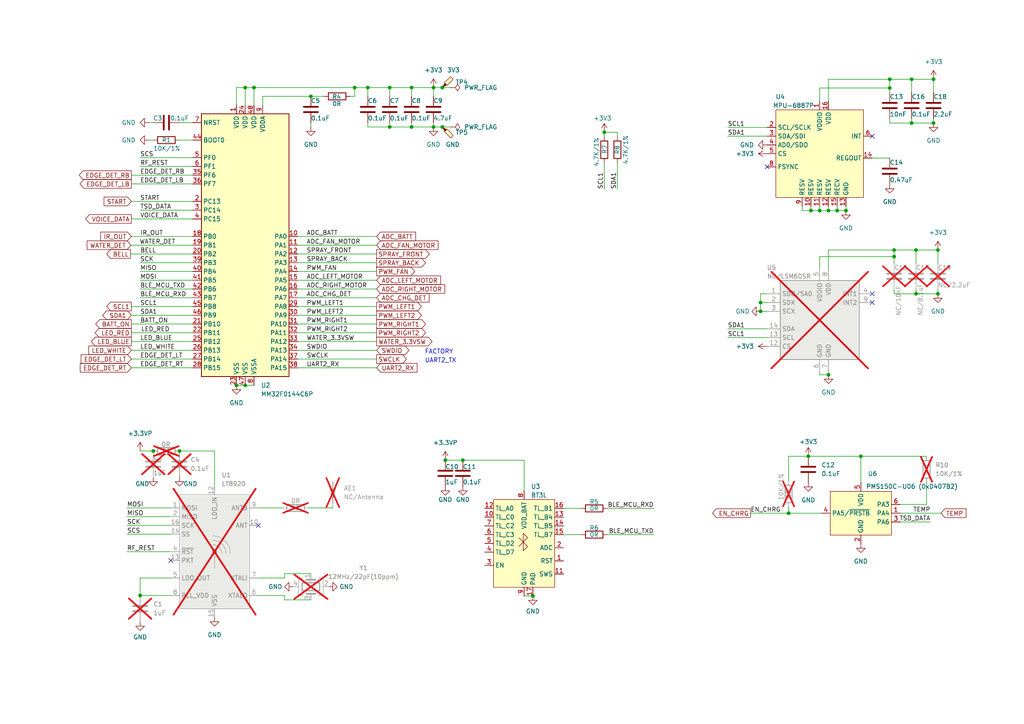
<source format=kicad_sch>
(kicad_sch (version 20231120) (generator "eeschema") (generator_version "8.0")
  (paper "A4")
  (title_block (company "Ovobot"))
  (lib_symbols
    (symbol "Connector:TestPoint_Probe" (pin_numbers hide) (pin_names (offset 0.762) hide)
      (property "Reference" "TP" (at 1.651 5.842 0))
      (property "Value" "TestPoint_Probe" (at 1.651 4.064 0))
      (symbol "TestPoint_Probe_0_1"
        (polyline (pts (xy 1.27 0.762) (xy 0 0) (xy 0.762 1.27) (xy 1.27 0.762)) (fill (type outline)))
        (polyline (pts (xy 1.397 0.635) (xy 0.635 1.397) (xy 2.413 3.175) (xy 3.175 2.413) (xy 1.397 0.635)) (fill (type background)))
      )
      (symbol "TestPoint_Probe_1_1"
        (pin passive line (at 0 0 90) (length 0) (name "1") (number "1"))
      )
    )
    (symbol "Device:Antenna" (pin_numbers hide) (pin_names (offset 1.016) hide)
      (property "Reference" "AE" (at -1.905 1.905 0))
      (property "Value" "Antenna" (at -1.905 0 0))
      (symbol "Antenna_0_1"
        (polyline (pts (xy 0 2.54) (xy 0 -3.81)) (stroke (width 0.254)))
        (polyline (pts (xy 1.27 2.54) (xy 0 -2.54) (xy -1.27 2.54)) (stroke (width 0.254)))
      )
      (symbol "Antenna_1_1"
        (pin input line (at 0 -5.08 90) (length 2.54) (name "A") (number "1"))
      )
    )
    (symbol "Device:C" (pin_numbers hide) (pin_names (offset 0.254))
      (property "Reference" "C" (at 0.635 2.54 0))
      (property "Value" "C" (at 0.635 -2.54 0))
      (symbol "C_0_1"
        (polyline (pts (xy -2.032 -0.762) (xy 2.032 -0.762)) (stroke (width 0.508)))
        (polyline (pts (xy -2.032 0.762) (xy 2.032 0.762)) (stroke (width 0.508)))
      )
      (symbol "C_1_1"
        (pin passive line (at 0 3.81 270) (length 2.794) (name "~") (number "1"))
        (pin passive line (at 0 -3.81 90) (length 2.794) (name "~") (number "2"))
      )
    )
    (symbol "Device:Crystal_GND24" (pin_names (offset 1.016) hide)
      (property "Reference" "Y" (at 3.175 5.08 0))
      (property "Value" "Crystal_GND24" (at 3.175 3.175 0))
      (symbol "Crystal_GND24_0_1"
        (rectangle (start -1.143 2.54) (end 1.143 -2.54) (stroke (width 0.3048)))
        (polyline (pts (xy -2.54 0) (xy -2.032 0)))
        (polyline (pts (xy -2.032 -1.27) (xy -2.032 1.27)) (stroke (width 0.508)))
        (polyline (pts (xy 0 -3.81) (xy 0 -3.556)))
        (polyline (pts (xy 0 3.556) (xy 0 3.81)))
        (polyline (pts (xy 2.032 -1.27) (xy 2.032 1.27)) (stroke (width 0.508)))
        (polyline (pts (xy 2.032 0) (xy 2.54 0)))
        (polyline (pts (xy -2.54 -2.286) (xy -2.54 -3.556) (xy 2.54 -3.556) (xy 2.54 -2.286)))
        (polyline (pts (xy -2.54 2.286) (xy -2.54 3.556) (xy 2.54 3.556) (xy 2.54 2.286)))
      )
      (symbol "Crystal_GND24_1_1"
        (pin passive line (at -3.81 0 0) (length 1.27) (name "1") (number "1"))
        (pin passive line (at 0 5.08 270) (length 1.27) (name "2") (number "2"))
        (pin passive line (at 3.81 0 180) (length 1.27) (name "3") (number "3"))
        (pin passive line (at 0 -5.08 90) (length 1.27) (name "4") (number "4"))
      )
    )
    (symbol "Device:R" (pin_numbers hide) (pin_names (offset 0))
      (property "Reference" "R" (at 2.032 0 90))
      (property "Value" "R" (at 0 0 90))
      (symbol "R_0_1"
        (rectangle (start -1.016 -2.54) (end 1.016 2.54) (stroke (width 0.254)))
      )
      (symbol "R_1_1"
        (pin passive line (at 0 3.81 270) (length 1.27) (name "~") (number "1"))
        (pin passive line (at 0 -3.81 90) (length 1.27) (name "~") (number "2"))
      )
    )
    (symbol "MCU_ST_STM32F0:STM32F030C8Tx"
      (property "Reference" "U" (at -12.7 39.37 0))
      (property "Value" "STM32F030C8Tx" (at 7.62 39.37 0))
      (symbol "STM32F030C8Tx_0_1"
        (rectangle (start -12.7 -38.1) (end 12.7 38.1) (stroke (width 0.254)) (fill (type background)))
      )
      (symbol "STM32F030C8Tx_1_1"
        (pin power_in line (at -2.54 40.64 270) (length 2.54) (name "VDD") (number "1"))
        (pin bidirectional line (at 15.24 2.54 180) (length 2.54) (name "PA0") (number "10"))
        (pin bidirectional line (at 15.24 0 180) (length 2.54) (name "PA1") (number "11"))
        (pin bidirectional line (at 15.24 -2.54 180) (length 2.54) (name "PA2") (number "12"))
        (pin bidirectional line (at 15.24 -5.08 180) (length 2.54) (name "PA3") (number "13"))
        (pin bidirectional line (at 15.24 -7.62 180) (length 2.54) (name "PA4") (number "14"))
        (pin bidirectional line (at 15.24 -10.16 180) (length 2.54) (name "PA5") (number "15"))
        (pin bidirectional line (at 15.24 -12.7 180) (length 2.54) (name "PA6") (number "16"))
        (pin bidirectional line (at 15.24 -15.24 180) (length 2.54) (name "PA7") (number "17"))
        (pin bidirectional line (at -15.24 2.54 0) (length 2.54) (name "PB0") (number "18"))
        (pin bidirectional line (at -15.24 0 0) (length 2.54) (name "PB1") (number "19"))
        (pin bidirectional line (at -15.24 12.7 0) (length 2.54) (name "PC13") (number "2"))
        (pin bidirectional line (at -15.24 -2.54 0) (length 2.54) (name "PB2") (number "20"))
        (pin bidirectional line (at -15.24 -22.86 0) (length 2.54) (name "PB10") (number "21"))
        (pin bidirectional line (at -15.24 -25.4 0) (length 2.54) (name "PB11") (number "22"))
        (pin power_in line (at -2.54 -40.64 90) (length 2.54) (name "VSS") (number "23"))
        (pin power_in line (at 0 40.64 270) (length 2.54) (name "VDD") (number "24"))
        (pin bidirectional line (at -15.24 -27.94 0) (length 2.54) (name "PB12") (number "25"))
        (pin bidirectional line (at -15.24 -30.48 0) (length 2.54) (name "PB13") (number "26"))
        (pin bidirectional line (at -15.24 -33.02 0) (length 2.54) (name "PB14") (number "27"))
        (pin bidirectional line (at -15.24 -35.56 0) (length 2.54) (name "PB15") (number "28"))
        (pin bidirectional line (at 15.24 -17.78 180) (length 2.54) (name "PA8") (number "29"))
        (pin bidirectional line (at -15.24 10.16 0) (length 2.54) (name "PC14") (number "3"))
        (pin bidirectional line (at 15.24 -20.32 180) (length 2.54) (name "PA9") (number "30"))
        (pin bidirectional line (at 15.24 -22.86 180) (length 2.54) (name "PA10") (number "31"))
        (pin bidirectional line (at 15.24 -25.4 180) (length 2.54) (name "PA11") (number "32"))
        (pin bidirectional line (at 15.24 -27.94 180) (length 2.54) (name "PA12") (number "33"))
        (pin bidirectional line (at 15.24 -30.48 180) (length 2.54) (name "PA13") (number "34"))
        (pin bidirectional line (at -15.24 20.32 0) (length 2.54) (name "PF6") (number "35"))
        (pin bidirectional line (at -15.24 17.78 0) (length 2.54) (name "PF7") (number "36"))
        (pin bidirectional line (at 15.24 -33.02 180) (length 2.54) (name "PA14") (number "37"))
        (pin bidirectional line (at 15.24 -35.56 180) (length 2.54) (name "PA15") (number "38"))
        (pin bidirectional line (at -15.24 -5.08 0) (length 2.54) (name "PB3") (number "39"))
        (pin bidirectional line (at -15.24 7.62 0) (length 2.54) (name "PC15") (number "4"))
        (pin bidirectional line (at -15.24 -7.62 0) (length 2.54) (name "PB4") (number "40"))
        (pin bidirectional line (at -15.24 -10.16 0) (length 2.54) (name "PB5") (number "41"))
        (pin bidirectional line (at -15.24 -12.7 0) (length 2.54) (name "PB6") (number "42"))
        (pin bidirectional line (at -15.24 -15.24 0) (length 2.54) (name "PB7") (number "43"))
        (pin input line (at -15.24 30.48 0) (length 2.54) (name "BOOT0") (number "44"))
        (pin bidirectional line (at -15.24 -17.78 0) (length 2.54) (name "PB8") (number "45"))
        (pin bidirectional line (at -15.24 -20.32 0) (length 2.54) (name "PB9") (number "46"))
        (pin power_in line (at 0 -40.64 90) (length 2.54) (name "VSS") (number "47"))
        (pin power_in line (at 2.54 40.64 270) (length 2.54) (name "VDD") (number "48"))
        (pin input line (at -15.24 25.4 0) (length 2.54) (name "PF0") (number "5"))
        (pin input line (at -15.24 22.86 0) (length 2.54) (name "PF1") (number "6"))
        (pin input line (at -15.24 35.56 0) (length 2.54) (name "NRST") (number "7"))
        (pin power_in line (at 2.54 -40.64 90) (length 2.54) (name "VSSA") (number "8"))
        (pin power_in line (at 5.08 40.64 270) (length 2.54) (name "VDDA") (number "9"))
      )
    )
    (symbol "Ovo_MCU_Padauk:PMS150C-U06"
      (property "Reference" "U" (at 3.81 10.16 0))
      (property "Value" "PMS150C-U06" (at 8.89 7.62 0))
      (symbol "PMS150C-U06_0_1"
        (rectangle (start -8.89 6.35) (end 8.89 -6.35) (fill (type background)))
      )
      (symbol "PMS150C-U06_1_1"
        (pin bidirectional line (at 11.43 0 180) (length 2.54) (name "PA4") (number "1"))
        (pin power_in line (at 0 -8.89 90) (length 2.54) (name "GND") (number "2"))
        (pin bidirectional line (at 11.43 -2.54 180) (length 2.54) (name "PA6") (number "3"))
        (pin bidirectional line (at -11.43 0 0) (length 2.54) (name "PA5/~{PRSTB}") (number "4"))
        (pin power_in line (at 0 8.89 270) (length 2.54) (name "VDD") (number "5"))
        (pin bidirectional line (at 11.43 2.54 180) (length 2.54) (name "PA3") (number "6"))
      )
    )
    (symbol "Ovo_RF:LT8920"
      (property "Reference" "U" (at -8.89 17.78 0))
      (property "Value" "LT8920" (at -6.35 -17.78 0))
      (symbol "LT8920_0_1"
        (rectangle (start -10.16 16.51) (end 10.16 -16.51) (fill (type background)))
        (polyline (pts (xy 0 0) (xy 0 -4.826)))
        (circle (center 0 0) (radius 0.635) (fill (type outline)))
        (arc (start 2.032 -0.508) (mid 1.2881 1.2881) (end -0.508 2.032))
        (arc (start 3.302 -0.508) (mid 2.1861 2.186) (end -0.508 3.302))
        (arc (start 4.572 -0.508) (mid 3.0841 3.0841) (end -0.508 4.572))
      )
      (symbol "LT8920_1_1"
        (pin input line (at -12.7 12.7 0) (length 2.54) (name "MOSI") (number "1"))
        (pin passive line (at 12.7 7.62 180) (length 2.54) (name "ANT") (number "10"))
        (pin no_connect line (at 5.08 -19.05 90) (length 2.54) hide (name "NC") (number "11"))
        (pin power_in line (at 0 19.05 270) (length 2.54) (name "LDO_IN") (number "12"))
        (pin output line (at -12.7 -2.54 0) (length 2.54) (name "PKT") (number "13"))
        (pin input line (at -12.7 5.08 0) (length 2.54) (name "SS") (number "14"))
        (pin power_in line (at 0 -19.05 90) (length 2.54) (name "VSS") (number "15"))
        (pin input line (at -12.7 7.62 0) (length 2.54) (name "SCK") (number "16"))
        (pin output line (at -12.7 10.16 0) (length 2.54) (name "MISO") (number "2"))
        (pin no_connect line (at 2.54 -19.05 90) (length 2.54) hide (name "NC") (number "3"))
        (pin input line (at -12.7 0 0) (length 2.54) (name "~{RST}") (number "4"))
        (pin power_out line (at -12.7 -7.62 0) (length 2.54) (name "LDO_OUT") (number "5"))
        (pin passive line (at 12.7 -12.7 180) (length 2.54) (name "XTALO") (number "6"))
        (pin passive line (at 12.7 -7.62 180) (length 2.54) (name "XTALI") (number "7"))
        (pin power_in line (at -12.7 -12.7 0) (length 2.54) (name "PLL_VDD") (number "8"))
        (pin passive line (at 12.7 12.7 180) (length 2.54) (name "ANTB") (number "9"))
      )
    )
    (symbol "Ovo_RF_Bluetooth:BT3L"
      (property "Reference" "U" (at -7.62 13.97 0))
      (property "Value" "BT3L" (at -6.35 -13.97 0))
      (symbol "BT3L_0_1"
        (rectangle (start -8.89 12.7) (end 8.89 -12.7) (fill (type background)))
        (polyline (pts (xy -0.254 0.381) (xy -1.524 -0.889)))
        (polyline (pts (xy -0.254 2.921) (xy -0.254 -2.159)))
        (polyline (pts (xy -0.254 2.921) (xy 1.016 1.651) (xy -0.254 0.381) (xy 1.016 -0.889) (xy -0.254 -2.159) (xy -0.254 0.381) (xy -1.524 1.651)))
      )
      (symbol "BT3L_1_1"
        (pin input line (at 11.43 -5.08 180) (length 2.54) (name "RST") (number "1"))
        (pin bidirectional line (at -11.43 7.62 0) (length 2.54) (name "TL_C0") (number "10"))
        (pin bidirectional line (at 11.43 -8.89 180) (length 2.54) (name "SWS") (number "11"))
        (pin bidirectional line (at -11.43 10.16 0) (length 2.54) (name "TL_A0") (number "12"))
        (pin bidirectional line (at 11.43 7.62 180) (length 2.54) (name "TL_B4") (number "13"))
        (pin bidirectional line (at 11.43 5.08 180) (length 2.54) (name "TL_B5") (number "14"))
        (pin bidirectional line (at 11.43 2.54 180) (length 2.54) (name "TL_B7") (number "15"))
        (pin bidirectional line (at 11.43 10.16 180) (length 2.54) (name "TL_B1") (number "16"))
        (pin power_in line (at 2.54 -15.24 90) (length 2.54) (name "PAD") (number "17"))
        (pin input line (at 11.43 -1.27 180) (length 2.54) (name "ADC") (number "2"))
        (pin input line (at -11.43 -6.35 0) (length 2.54) (name "EN") (number "3"))
        (pin bidirectional line (at -11.43 -2.54 0) (length 2.54) (name "TL_D7") (number "4"))
        (pin bidirectional line (at -11.43 0 0) (length 2.54) (name "TL_D2") (number "5"))
        (pin bidirectional line (at -11.43 2.54 0) (length 2.54) (name "TL_C3") (number "6"))
        (pin bidirectional line (at -11.43 5.08 0) (length 2.54) (name "TL_C2") (number "7"))
        (pin power_in line (at 0 15.24 270) (length 2.54) (name "VDD_BAT") (number "8"))
        (pin power_in line (at 0 -15.24 90) (length 2.54) (name "GND") (number "9"))
      )
    )
    (symbol "Ovo_Sensor_Motion:MPU-6887"
      (property "Reference" "U" (at -13.97 16.51 0))
      (property "Value" "MPU-6887" (at -10.16 13.97 0))
      (symbol "MPU-6887_0_1"
        (rectangle (start -12.7 12.7) (end 12.7 -12.7) (fill (type background)))
      )
      (symbol "MPU-6887_1_1"
        (pin power_in line (at 0 15.24 270) (length 2.54) (name "VDDIO") (number "1"))
        (pin passive line (at -2.54 -15.24 90) (length 2.54) (name "RESV") (number "10"))
        (pin passive line (at 0 -15.24 90) (length 2.54) (name "RESV") (number "11"))
        (pin passive line (at 2.54 -15.24 90) (length 2.54) (name "RESV") (number "12"))
        (pin power_in line (at 7.62 -15.24 90) (length 2.54) (name "GND") (number "13"))
        (pin passive line (at 15.24 -1.27 180) (length 2.54) (name "REGOUT") (number "14"))
        (pin passive line (at 5.08 -15.24 90) (length 2.54) (name "RECV") (number "15"))
        (pin power_in line (at 2.54 15.24 270) (length 2.54) (name "VDD") (number "16"))
        (pin input line (at -15.24 7.62 0) (length 2.54) (name "SCL/SCLK") (number "2"))
        (pin bidirectional line (at -15.24 5.08 0) (length 2.54) (name "SDA/SDI") (number "3"))
        (pin input line (at -15.24 2.54 0) (length 2.54) (name "AD0/SDO") (number "4"))
        (pin input line (at -15.24 0 0) (length 2.54) (name "CS") (number "5"))
        (pin output line (at 15.24 5.08 180) (length 2.54) (name "INT") (number "6"))
        (pin no_connect line (at -7.62 -15.24 90) (length 2.54) hide (name "RESV") (number "7"))
        (pin input line (at -15.24 -3.81 0) (length 2.54) (name "FSYNC") (number "8"))
        (pin passive line (at -5.08 -15.24 90) (length 2.54) (name "RESV") (number "9"))
      )
    )
    (symbol "Sensor_Motion:LSM6DS3"
      (property "Reference" "U" (at -11.43 15.24 0))
      (property "Value" "LSM6DS3" (at -11.43 12.7 0))
      (symbol "LSM6DS3_0_1"
        (rectangle (start 11.43 11.43) (end -11.43 -11.43) (stroke (width 0.254)) (fill (type background)))
      )
      (symbol "LSM6DS3_1_1"
        (pin bidirectional line (at -15.24 7.62 0) (length 3.81) (name "SDO/SA0") (number "1"))
        (pin no_connect line (at 10.16 -5.08 180) (length 3.81) hide (name "NC") (number "10"))
        (pin no_connect line (at 10.16 -2.54 180) (length 3.81) hide (name "NC") (number "11"))
        (pin input line (at -15.24 -7.62 0) (length 3.81) (name "CS") (number "12"))
        (pin input line (at -15.24 -5.08 0) (length 3.81) (name "SCL") (number "13"))
        (pin bidirectional line (at -15.24 -2.54 0) (length 3.81) (name "SDA") (number "14"))
        (pin bidirectional line (at -15.24 5.08 0) (length 3.81) (name "SDX") (number "2"))
        (pin input line (at -15.24 2.54 0) (length 3.81) (name "SCX") (number "3"))
        (pin output line (at 15.24 7.62 180) (length 3.81) (name "INT1") (number "4"))
        (pin power_in line (at 0 15.24 270) (length 3.81) (name "VDDIO") (number "5"))
        (pin power_in line (at 0 -15.24 90) (length 3.81) (name "GND") (number "6"))
        (pin power_in line (at 2.54 -15.24 90) (length 3.81) (name "GND") (number "7"))
        (pin power_in line (at 2.54 15.24 270) (length 3.81) (name "VDD") (number "8"))
        (pin output line (at 15.24 5.08 180) (length 3.81) (name "INT2") (number "9"))
      )
    )
    (symbol "power:+3.3VP" (power) (pin_names (offset 0))
      (property "Value" "+3.3VP" (at 0 2.54 0))
      (symbol "+3.3VP_0_0"
        (pin power_in line (at 0 0 90) (length 0) hide (name "+3.3VP") (number "1"))
      )
      (symbol "+3.3VP_0_1"
        (polyline (pts (xy -0.762 1.27) (xy 0 2.54)))
        (polyline (pts (xy 0 0) (xy 0 2.54)))
        (polyline (pts (xy 0 2.54) (xy 0.762 1.27)))
      )
    )
    (symbol "power:+3V3" (power) (pin_names (offset 0))
      (property "Value" "+3V3" (at 0 3.556 0))
      (symbol "+3V3_0_1"
        (polyline (pts (xy -0.762 1.27) (xy 0 2.54)))
        (polyline (pts (xy 0 0) (xy 0 2.54)))
        (polyline (pts (xy 0 2.54) (xy 0.762 1.27)))
      )
      (symbol "+3V3_1_1"
        (pin power_in line (at 0 0 90) (length 0) hide (name "+3V3") (number "1"))
      )
    )
    (symbol "power:GND" (power) (pin_names (offset 0))
      (property "Value" "GND" (at 0 -3.81 0))
      (symbol "GND_0_1"
        (polyline (pts (xy 0 0) (xy 0 -1.27) (xy 1.27 -1.27) (xy 0 -2.54) (xy -1.27 -1.27) (xy 0 -1.27)))
      )
      (symbol "GND_1_1"
        (pin power_in line (at 0 0 270) (length 0) hide (name "GND") (number "1"))
      )
    )
    (symbol "power:PWR_FLAG" (power) (pin_numbers hide) (pin_names (offset 0) hide)
      (property "Value" "PWR_FLAG" (at 0 3.81 0))
      (symbol "PWR_FLAG_0_0"
        (pin power_out line (at 0 0 90) (length 0) (name "pwr") (number "1"))
      )
      (symbol "PWR_FLAG_0_1"
        (polyline (pts (xy 0 0) (xy 0 1.27) (xy -1.016 1.905) (xy 0 2.54) (xy 1.016 1.905) (xy 0 1.27)))
      )
    )
  )
  (junction (at 128.27 36.83))
  (junction (at 134.239 133.477))
  (junction (at 175.26 38.354))
  (junction (at 265.684 85.217))
  (junction (at 249.682 132.334))
  (junction (at 242.824 61.087))
  (junction (at 259.334 74.422))
  (junction (at 113.03 36.83))
  (junction (at 235.204 61.087))
  (junction (at 154.559 172.847))
  (junction (at 258.064 22.987))
  (junction (at 128.27 25.4))
  (junction (at 264.414 22.987))
  (junction (at 106.68 25.4))
  (junction (at 125.73 25.4))
  (junction (at 272.034 85.217))
  (junction (at 237.744 61.087))
  (junction (at 71.12 111.76))
  (junction (at 73.66 25.4))
  (junction (at 264.414 35.687))
  (junction (at 125.73 36.83))
  (junction (at 52.07 130.81))
  (junction (at 240.284 61.087))
  (junction (at 270.764 35.687))
  (junction (at 129.159 133.477))
  (junction (at 245.364 61.087))
  (junction (at 270.764 22.987))
  (junction (at 113.03 25.4))
  (junction (at 220.599 87.757))
  (junction (at 119.38 36.83))
  (junction (at 119.38 25.4))
  (junction (at 234.442 132.334))
  (junction (at 265.684 72.517))
  (junction (at 90.17 27.94))
  (junction (at 259.334 72.517))
  (junction (at 68.58 111.76))
  (junction (at 40.64 172.72))
  (junction (at 102.87 25.4))
  (junction (at 258.064 25.527))
  (junction (at 240.284 108.712))
  (junction (at 228.727 148.844))
  (junction (at 44.45 130.81))
  (junction (at 272.034 72.517))
  (junction (at 220.599 90.297))
  (junction (at 71.12 25.4))
  (no_connect (at 49.53 162.56))
  (no_connect (at 252.984 39.497))
  (no_connect (at 222.504 48.387))
  (no_connect (at 74.93 152.4))
  (no_connect (at 252.984 87.757))
  (no_connect (at 252.984 85.217))
  (wire (pts (xy 106.68 35.56) (xy 106.68 36.83)))
  (wire (pts (xy 40.64 86.36) (xy 55.88 86.36)))
  (wire (pts (xy 268.732 139.954) (xy 268.732 146.304)))
  (wire (pts (xy 220.599 85.217) (xy 222.504 85.217)))
  (wire (pts (xy 89.535 147.32) (xy 96.52 147.32)))
  (wire (pts (xy 40.64 83.82) (xy 55.88 83.82)))
  (wire (pts (xy 49.53 167.64) (xy 40.64 167.64)))
  (wire (pts (xy 134.239 133.477) (xy 152.019 133.477)))
  (wire (pts (xy 258.064 26.797) (xy 258.064 25.527)))
  (wire (pts (xy 211.074 39.497) (xy 222.504 39.497)))
  (wire (pts (xy 36.83 152.4) (xy 49.53 152.4)))
  (wire (pts (xy 102.87 25.4) (xy 102.87 27.94)))
  (wire (pts (xy 113.03 25.4) (xy 106.68 25.4)))
  (wire (pts (xy 36.83 154.94) (xy 49.53 154.94)))
  (wire (pts (xy 237.744 25.527) (xy 237.744 29.337)))
  (wire (pts (xy 38.1 91.44) (xy 55.88 91.44)))
  (wire (pts (xy 270.764 35.687) (xy 270.764 34.417)))
  (wire (pts (xy 40.64 45.72) (xy 55.88 45.72)))
  (wire (pts (xy 235.204 61.087) (xy 237.744 61.087)))
  (wire (pts (xy 38.1 101.6) (xy 55.88 101.6)))
  (wire (pts (xy 86.36 91.44) (xy 109.22 91.44)))
  (wire (pts (xy 240.284 61.087) (xy 242.824 61.087)))
  (wire (pts (xy 128.27 25.4) (xy 130.81 25.4)))
  (wire (pts (xy 249.682 132.334) (xy 268.732 132.334)))
  (wire (pts (xy 125.73 25.4) (xy 125.73 27.94)))
  (wire (pts (xy 38.1 96.52) (xy 55.88 96.52)))
  (wire (pts (xy 272.034 72.517) (xy 272.034 76.327)))
  (wire (pts (xy 38.1 50.8) (xy 55.88 50.8)))
  (wire (pts (xy 259.334 85.217) (xy 265.684 85.217)))
  (wire (pts (xy 73.66 25.4) (xy 73.66 30.48)))
  (wire (pts (xy 86.36 88.9) (xy 109.22 88.9)))
  (wire (pts (xy 52.07 130.81) (xy 62.23 130.81)))
  (wire (pts (xy 82.55 173.99) (xy 82.55 172.72)))
  (wire (pts (xy 242.824 61.087) (xy 245.364 61.087)))
  (wire (pts (xy 40.64 167.64) (xy 40.64 172.72)))
  (wire (pts (xy 240.284 108.712) (xy 240.284 108.077)))
  (wire (pts (xy 71.12 111.76) (xy 73.66 111.76)))
  (wire (pts (xy 240.284 77.597) (xy 240.284 72.517)))
  (wire (pts (xy 240.284 59.817) (xy 240.284 61.087)))
  (wire (pts (xy 38.1 106.68) (xy 55.88 106.68)))
  (wire (pts (xy 265.684 85.217) (xy 265.684 83.947)))
  (wire (pts (xy 154.559 172.847) (xy 152.019 172.847)))
  (wire (pts (xy 102.87 25.4) (xy 73.66 25.4)))
  (wire (pts (xy 175.26 39.624) (xy 175.26 38.354)))
  (wire (pts (xy 38.1 68.58) (xy 55.88 68.58)))
  (wire (pts (xy 242.824 59.817) (xy 242.824 61.087)))
  (wire (pts (xy 179.07 47.244) (xy 179.07 54.864)))
  (wire (pts (xy 43.18 35.56) (xy 44.45 35.56)))
  (wire (pts (xy 38.1 58.42) (xy 55.88 58.42)))
  (wire (pts (xy 90.17 173.99) (xy 82.55 173.99)))
  (wire (pts (xy 175.26 38.354) (xy 179.07 38.354)))
  (wire (pts (xy 272.034 85.217) (xy 272.034 83.947)))
  (wire (pts (xy 86.36 104.14) (xy 109.22 104.14)))
  (wire (pts (xy 163.449 147.447) (xy 168.529 147.447)))
  (wire (pts (xy 264.414 35.687) (xy 270.764 35.687)))
  (wire (pts (xy 86.36 76.2) (xy 109.22 76.2)))
  (wire (pts (xy 106.68 36.83) (xy 113.03 36.83)))
  (wire (pts (xy 220.599 90.297) (xy 222.504 90.297)))
  (wire (pts (xy 175.26 47.244) (xy 175.26 54.864)))
  (wire (pts (xy 101.6 27.94) (xy 102.87 27.94)))
  (wire (pts (xy 90.17 27.94) (xy 93.98 27.94)))
  (wire (pts (xy 113.03 25.4) (xy 113.03 27.94)))
  (wire (pts (xy 163.449 155.067) (xy 168.529 155.067)))
  (wire (pts (xy 71.12 25.4) (xy 73.66 25.4)))
  (wire (pts (xy 40.64 76.2) (xy 55.88 76.2)))
  (wire (pts (xy 259.334 74.422) (xy 259.334 76.327)))
  (wire (pts (xy 40.64 60.96) (xy 55.88 60.96)))
  (wire (pts (xy 240.284 72.517) (xy 259.334 72.517)))
  (wire (pts (xy 152.019 133.477) (xy 152.019 142.367)))
  (wire (pts (xy 37.973 71.12) (xy 55.88 71.12)))
  (wire (pts (xy 237.744 108.712) (xy 240.284 108.712)))
  (wire (pts (xy 38.1 63.5) (xy 55.88 63.5)))
  (wire (pts (xy 261.112 151.384) (xy 269.875 151.384)))
  (wire (pts (xy 125.73 36.83) (xy 125.73 35.56)))
  (wire (pts (xy 68.58 111.76) (xy 71.12 111.76)))
  (wire (pts (xy 40.64 48.26) (xy 55.88 48.26)))
  (wire (pts (xy 68.58 30.48) (xy 68.58 25.4)))
  (wire (pts (xy 211.074 95.377) (xy 222.504 95.377)))
  (wire (pts (xy 237.744 59.817) (xy 237.744 61.087)))
  (wire (pts (xy 38.1 104.14) (xy 55.88 104.14)))
  (wire (pts (xy 52.07 35.56) (xy 55.88 35.56)))
  (wire (pts (xy 228.727 132.334) (xy 228.727 139.446)))
  (wire (pts (xy 228.727 148.844) (xy 238.252 148.844)))
  (wire (pts (xy 220.599 87.757) (xy 222.504 87.757)))
  (wire (pts (xy 211.074 36.957) (xy 222.504 36.957)))
  (wire (pts (xy 217.678 148.844) (xy 228.727 148.844)))
  (wire (pts (xy 106.68 25.4) (xy 106.68 27.94)))
  (wire (pts (xy 86.36 81.28) (xy 109.22 81.28)))
  (wire (pts (xy 86.36 73.66) (xy 109.22 73.66)))
  (wire (pts (xy 265.684 85.217) (xy 272.034 85.217)))
  (wire (pts (xy 245.364 61.087) (xy 245.364 59.817)))
  (wire (pts (xy 265.684 72.517) (xy 265.684 76.327)))
  (wire (pts (xy 129.159 133.477) (xy 134.239 133.477)))
  (wire (pts (xy 259.334 74.422) (xy 237.744 74.422)))
  (wire (pts (xy 82.55 166.37) (xy 82.55 167.64)))
  (wire (pts (xy 119.38 36.83) (xy 125.73 36.83)))
  (wire (pts (xy 86.36 96.52) (xy 109.22 96.52)))
  (wire (pts (xy 90.17 166.37) (xy 82.55 166.37)))
  (wire (pts (xy 259.334 72.517) (xy 259.334 74.422)))
  (wire (pts (xy 82.55 172.72) (xy 74.93 172.72)))
  (wire (pts (xy 119.38 25.4) (xy 125.73 25.4)))
  (wire (pts (xy 176.149 147.447) (xy 189.611 147.447)))
  (wire (pts (xy 36.83 147.32) (xy 49.53 147.32)))
  (wire (pts (xy 86.36 101.6) (xy 109.22 101.6)))
  (wire (pts (xy 62.23 130.81) (xy 62.23 140.97)))
  (wire (pts (xy 237.744 61.087) (xy 240.284 61.087)))
  (wire (pts (xy 86.36 106.68) (xy 109.22 106.68)))
  (wire (pts (xy 264.414 35.687) (xy 264.414 34.417)))
  (wire (pts (xy 40.64 130.81) (xy 44.45 130.81)))
  (wire (pts (xy 234.442 132.334) (xy 249.682 132.334)))
  (wire (pts (xy 268.732 146.304) (xy 261.112 146.304)))
  (wire (pts (xy 265.684 72.517) (xy 272.034 72.517)))
  (wire (pts (xy 86.36 83.82) (xy 109.22 83.82)))
  (wire (pts (xy 220.599 90.297) (xy 220.599 87.757)))
  (wire (pts (xy 232.664 61.087) (xy 235.204 61.087)))
  (wire (pts (xy 235.204 59.817) (xy 235.204 61.087)))
  (wire (pts (xy 76.2 27.94) (xy 76.2 30.48)))
  (wire (pts (xy 211.074 97.917) (xy 222.504 97.917)))
  (wire (pts (xy 259.334 85.217) (xy 259.334 83.947)))
  (wire (pts (xy 261.112 148.844) (xy 272.923 148.844)))
  (wire (pts (xy 228.727 147.066) (xy 228.727 148.844)))
  (wire (pts (xy 71.12 30.48) (xy 71.12 25.4)))
  (wire (pts (xy 220.599 87.757) (xy 220.599 85.217)))
  (wire (pts (xy 119.38 25.4) (xy 113.03 25.4)))
  (wire (pts (xy 258.064 22.987) (xy 258.064 25.527)))
  (wire (pts (xy 176.149 155.067) (xy 189.611 155.067)))
  (wire (pts (xy 252.984 45.847) (xy 258.064 45.847)))
  (wire (pts (xy 259.334 72.517) (xy 265.684 72.517)))
  (wire (pts (xy 125.73 25.4) (xy 128.27 25.4)))
  (wire (pts (xy 90.17 27.94) (xy 76.2 27.94)))
  (wire (pts (xy 240.284 29.337) (xy 240.284 22.987)))
  (wire (pts (xy 86.36 78.74) (xy 109.22 78.74)))
  (wire (pts (xy 113.03 35.56) (xy 113.03 36.83)))
  (wire (pts (xy 113.03 36.83) (xy 119.38 36.83)))
  (wire (pts (xy 106.68 25.4) (xy 102.87 25.4)))
  (wire (pts (xy 40.64 81.28) (xy 55.88 81.28)))
  (wire (pts (xy 82.55 167.64) (xy 74.93 167.64)))
  (wire (pts (xy 40.64 78.74) (xy 55.88 78.74)))
  (wire (pts (xy 119.38 27.94) (xy 119.38 25.4)))
  (wire (pts (xy 128.27 36.83) (xy 130.81 36.83)))
  (wire (pts (xy 249.682 132.334) (xy 249.682 139.954)))
  (wire (pts (xy 264.414 22.987) (xy 270.764 22.987)))
  (wire (pts (xy 52.07 40.64) (xy 55.88 40.64)))
  (wire (pts (xy 179.07 38.354) (xy 179.07 39.624)))
  (wire (pts (xy 74.93 147.32) (xy 81.915 147.32)))
  (wire (pts (xy 264.414 22.987) (xy 264.414 26.797)))
  (wire (pts (xy 240.284 22.987) (xy 258.064 22.987)))
  (wire (pts (xy 38.1 53.34) (xy 55.88 53.34)))
  (wire (pts (xy 237.744 108.077) (xy 237.744 108.712)))
  (wire (pts (xy 258.064 35.687) (xy 264.414 35.687)))
  (wire (pts (xy 68.58 25.4) (xy 71.12 25.4)))
  (wire (pts (xy 86.36 93.98) (xy 109.22 93.98)))
  (wire (pts (xy 86.36 68.58) (xy 109.22 68.58)))
  (wire (pts (xy 86.36 99.06) (xy 109.22 99.06)))
  (wire (pts (xy 125.73 36.83) (xy 128.27 36.83)))
  (wire (pts (xy 37.846 73.66) (xy 55.88 73.66)))
  (wire (pts (xy 232.664 59.817) (xy 232.664 61.087)))
  (wire (pts (xy 86.36 71.12) (xy 109.22 71.12)))
  (wire (pts (xy 258.064 25.527) (xy 237.744 25.527)))
  (wire (pts (xy 43.18 40.64) (xy 44.45 40.64)))
  (wire (pts (xy 38.1 93.98) (xy 55.88 93.98)))
  (wire (pts (xy 38.1 99.06) (xy 55.88 99.06)))
  (wire (pts (xy 90.17 36.83) (xy 90.17 35.56)))
  (wire (pts (xy 40.64 172.72) (xy 49.53 172.72)))
  (wire (pts (xy 270.764 22.987) (xy 270.764 26.797)))
  (wire (pts (xy 234.442 132.334) (xy 228.727 132.334)))
  (wire (pts (xy 38.1 88.9) (xy 55.88 88.9)))
  (wire (pts (xy 86.36 86.36) (xy 109.22 86.36)))
  (wire (pts (xy 119.38 35.56) (xy 119.38 36.83)))
  (wire (pts (xy 258.064 35.687) (xy 258.064 34.417)))
  (wire (pts (xy 258.064 22.987) (xy 264.414 22.987)))
  (wire (pts (xy 237.744 74.422) (xy 237.744 77.597)))
  (wire (pts (xy 36.83 160.02) (xy 49.53 160.02)))
  (wire (pts (xy 36.83 149.86) (xy 49.53 149.86)))
  (text "UART2_TX" (at 123.19 105.41 0) (effects (font (size 1.27 1.27)) (justify left bottom)))
  (text "FACTORY" (at 123.19 102.87 0) (effects (font (size 1.27 1.27)) (justify left bottom)))
  (label "BELL" (at 40.64 73.66 0))
  (label "MOSI" (at 36.83 147.32 0))
  (label "TSD_DATA" (at 269.875 151.384 180))
  (label "TSD_DATA" (at 40.64 60.96 0))
  (label "PWM_FAN" (at 88.9 78.74 0))
  (label "MISO" (at 36.83 149.86 0))
  (label "SCK" (at 40.64 76.2 0))
  (label "SCK" (at 36.83 152.4 0))
  (label "START" (at 40.64 58.42 0))
  (label "MOSI" (at 40.64 81.28 0))
  (label "ADC_FAN_MOTOR" (at 88.9 71.12 0))
  (label "LED_BLUE" (at 40.64 99.06 0))
  (label "BLE_MCU_TXD" (at 40.64 83.82 0))
  (label "WATER_DET" (at 50.927 71.12 180))
  (label "SDA1" (at 211.074 39.497 0))
  (label "SDA1" (at 40.64 91.44 0))
  (label "SPRAY_FRONT" (at 88.9 73.66 0))
  (label "BLE_MCU_RXD" (at 189.611 147.447 180))
  (label "UART2_RX" (at 88.9 106.68 0))
  (label "VOICE_DATA" (at 40.64 63.5 0))
  (label "BLE_MCU_RXD" (at 40.64 86.36 0))
  (label "SCL1" (at 211.074 97.917 0))
  (label "SDA1" (at 179.07 54.864 90))
  (label "SDA1" (at 211.074 95.377 0))
  (label "EDGE_DET_RB" (at 40.64 50.8 0))
  (label "MISO" (at 40.64 78.74 0))
  (label "EDGE_DET_LT" (at 40.64 104.14 0))
  (label "SCS" (at 36.83 154.94 0))
  (label "RF_REST" (at 36.83 160.02 0))
  (label "WATER_3.3VSW" (at 88.9 99.06 0))
  (label "SWDIO" (at 88.9 101.6 0))
  (label "SWCLK" (at 88.9 104.14 0))
  (label "PWM_RIGHT1" (at 88.9 93.98 0))
  (label "ADC_RIGHT_MOTOR" (at 88.9 83.82 0))
  (label "SCS" (at 40.64 45.72 0))
  (label "SCL1" (at 40.64 88.9 0))
  (label "LED_WHITE" (at 40.64 101.6 0))
  (label "EDGE_DET_LB" (at 40.64 53.34 0))
  (label "PWM_RIGHT2" (at 88.9 96.52 0))
  (label "PWM_LEFT2" (at 88.9 91.44 0))
  (label "BLE_MCU_TXD" (at 189.611 155.067 180))
  (label "IR_OUT" (at 40.64 68.58 0))
  (label "RF_REST" (at 40.64 48.26 0))
  (label "SCL1" (at 211.074 36.957 0))
  (label "SPRAY_BACK" (at 88.9 76.2 0))
  (label "EN_CHRG" (at 217.678 148.844 0))
  (label "ADC_BATT" (at 88.9 68.58 0))
  (label "TEMP" (at 269.875 148.844 180))
  (label "BATT_ON" (at 40.64 93.98 0))
  (label "ADC_LEFT_MOTOR" (at 88.9 81.28 0))
  (label "EDGE_DET_RT" (at 40.64 106.68 0))
  (label "PWM_LEFT1" (at 88.9 88.9 0))
  (label "ADC_CHG_DET" (at 88.9 86.36 0))
  (label "LED_RED" (at 40.894 96.52 0))
  (label "SCL1" (at 175.26 54.864 90))
  (global_label "LED_RED" (shape output) (at 38.1 96.52 180) (property "Intersheetrefs" "${INTERSHEET_REFS}" (effects (hide yes))))
  (global_label "WATER_3.3VSW" (shape output) (at 109.22 99.06 0) (property "Intersheetrefs" "${INTERSHEET_REFS}" (effects (hide yes))))
  (global_label "UART2_RX" (shape input) (at 109.22 106.68 0) (property "Intersheetrefs" "${INTERSHEET_REFS}" (effects (hide yes))))
  (global_label "EN_CHRG" (shape output) (at 217.678 148.844 180) (property "Intersheetrefs" "${INTERSHEET_REFS}" (effects (hide yes))))
  (global_label "PWM_RIGHT2" (shape output) (at 109.22 96.52 0) (property "Intersheetrefs" "${INTERSHEET_REFS}" (effects (hide yes))))
  (global_label "EDGE_DET_LT" (shape input) (at 38.1 104.14 180) (property "Intersheetrefs" "${INTERSHEET_REFS}" (effects (hide yes))))
  (global_label "SDA1" (shape bidirectional) (at 38.1 91.44 180) (property "Intersheetrefs" "${INTERSHEET_REFS}" (effects (hide yes))))
  (global_label "IR_OUT" (shape input) (at 38.1 68.58 180) (property "Intersheetrefs" "${INTERSHEET_REFS}" (effects (hide yes))))
  (global_label "EDGE_DET_RT" (shape input) (at 38.1 106.68 180) (property "Intersheetrefs" "${INTERSHEET_REFS}" (effects (hide yes))))
  (global_label "PWM_RIGHT1" (shape output) (at 109.22 93.98 0) (property "Intersheetrefs" "${INTERSHEET_REFS}" (effects (hide yes))))
  (global_label "TEMP" (shape input) (at 272.923 148.844 0) (property "Intersheetrefs" "${INTERSHEET_REFS}" (effects (hide yes))))
  (global_label "SWCLK" (shape output) (at 109.22 104.14 0) (property "Intersheetrefs" "${INTERSHEET_REFS}" (effects (hide yes))))
  (global_label "LED_WHITE" (shape input) (at 38.1 101.6 180) (property "Intersheetrefs" "${INTERSHEET_REFS}" (effects (hide yes))))
  (global_label "BATT_ON" (shape output) (at 38.1 93.98 180) (property "Intersheetrefs" "${INTERSHEET_REFS}" (effects (hide yes))))
  (global_label "LED_BLUE" (shape output) (at 38.1 99.06 180) (property "Intersheetrefs" "${INTERSHEET_REFS}" (effects (hide yes))))
  (global_label "SPRAY_FRONT" (shape output) (at 109.22 73.66 0) (property "Intersheetrefs" "${INTERSHEET_REFS}" (effects (hide yes))))
  (global_label "VOICE_DATA" (shape output) (at 38.1 63.5 180) (property "Intersheetrefs" "${INTERSHEET_REFS}" (effects (hide yes))))
  (global_label "EDGE_DET_LB" (shape output) (at 38.1 53.34 180) (property "Intersheetrefs" "${INTERSHEET_REFS}" (effects (hide yes))))
  (global_label "ADC_FAN_MOTOR" (shape input) (at 109.22 71.12 0) (property "Intersheetrefs" "${INTERSHEET_REFS}" (effects (hide yes))))
  (global_label "PWM_LEFT2" (shape output) (at 109.22 91.44 0) (property "Intersheetrefs" "${INTERSHEET_REFS}" (effects (hide yes))))
  (global_label "PWM_FAN" (shape output) (at 109.22 78.74 0) (property "Intersheetrefs" "${INTERSHEET_REFS}" (effects (hide yes))))
  (global_label "ADC_LEFT_MOTOR" (shape input) (at 109.22 81.28 0) (property "Intersheetrefs" "${INTERSHEET_REFS}" (effects (hide yes))))
  (global_label "ADC_CHG_DET" (shape input) (at 109.22 86.36 0) (property "Intersheetrefs" "${INTERSHEET_REFS}" (effects (hide yes))))
  (global_label "ADC_BATT" (shape input) (at 109.22 68.58 0) (property "Intersheetrefs" "${INTERSHEET_REFS}" (effects (hide yes))))
  (global_label "SWDIO" (shape bidirectional) (at 109.22 101.6 0) (property "Intersheetrefs" "${INTERSHEET_REFS}" (effects (hide yes))))
  (global_label "EDGE_DET_RB" (shape output) (at 38.1 50.8 180) (property "Intersheetrefs" "${INTERSHEET_REFS}" (effects (hide yes))))
  (global_label "START" (shape input) (at 38.1 58.42 180) (property "Intersheetrefs" "${INTERSHEET_REFS}" (effects (hide yes))))
  (global_label "WATER_DET" (shape input) (at 37.973 71.12 180) (property "Intersheetrefs" "${INTERSHEET_REFS}" (effects (hide yes))))
  (global_label "SPRAY_BACK" (shape output) (at 109.22 76.2 0) (property "Intersheetrefs" "${INTERSHEET_REFS}" (effects (hide yes))))
  (global_label "SCL1" (shape output) (at 38.1 88.9 180) (property "Intersheetrefs" "${INTERSHEET_REFS}" (effects (hide yes))))
  (global_label "PWM_LEFT1" (shape output) (at 109.22 88.9 0) (property "Intersheetrefs" "${INTERSHEET_REFS}" (effects (hide yes))))
  (global_label "ADC_RIGHT_MOTOR" (shape input) (at 109.22 83.82 0) (property "Intersheetrefs" "${INTERSHEET_REFS}" (effects (hide yes))))
  (global_label "BELL" (shape output) (at 37.846 73.66 180) (property "Intersheetrefs" "${INTERSHEET_REFS}" (effects (hide yes))))
  (symbol (lib_id "Sensor_Motion:LSM6DS3") (at 237.744 92.837 0) (unit 1) (in_bom no) (dnp yes)
    (property "Reference" "U5" (at 223.774 77.597 0))
    (property "Value" "NC/LSM6DSR" (at 228.854 80.137 0))
    (property "Footprint" "Package_LGA:LGA-14_3x2.5mm_P0.5mm_LayoutBorder3x4y" (effects (hide yes)))
    (property "Datasheet" "www.st.com/resource/en/datasheet/lsm6ds3.pdf" (effects (hide yes)))
  )
  (symbol (lib_id "Device:C") (at 270.764 30.607 180) (unit 1)
    (property "Reference" "C18" (at 270.764 28.067 0) (effects (justify right)))
    (property "Value" "2.2uF" (at 270.764 33.147 0) (effects (justify right)))
    (property "Footprint" "Capacitor_SMD:C_0603_1608Metric" (effects (hide yes)))
  )
  (symbol (lib_id "power:+3V3") (at 175.26 38.354 0) (unit 1)
    (property "Reference" "#PWR019" (effects (hide yes)))
    (property "Value" "+3V3" (at 174.752 34.29 0))
  )
  (symbol (lib_id "Device:C") (at 129.159 137.287 0) (unit 1)
    (property "Reference" "C10" (at 129.159 135.382 0) (effects (justify left)))
    (property "Value" "1uF" (at 129.159 139.827 0) (effects (justify left)))
    (property "Footprint" "Capacitor_SMD:C_0603_1608Metric" (effects (hide yes)))
  )
  (symbol (lib_id "power:GND") (at 258.064 53.467 0) (unit 1)
    (property "Reference" "#PWR029" (effects (hide yes)))
    (property "Value" "GND" (at 258.064 58.547 0))
  )
  (symbol (lib_id "power:PWR_FLAG") (at 130.81 36.83 270) (unit 1)
    (property "Reference" "#FLG02" (effects (hide yes)))
    (property "Value" "PWR_FLAG" (at 134.62 36.8299 90) (effects (justify left)))
  )
  (symbol (lib_id "Device:C") (at 258.064 30.607 180) (unit 1)
    (property "Reference" "C13" (at 258.064 28.067 0) (effects (justify right)))
    (property "Value" "10nF" (at 258.064 33.147 0) (effects (justify right)))
    (property "Footprint" "Capacitor_SMD:C_0603_1608Metric" (effects (hide yes)))
  )
  (symbol (lib_id "Device:R") (at 268.732 136.144 0) (unit 1) (in_bom no) (dnp yes)
    (property "Reference" "R10" (at 271.272 134.8739 0) (effects (justify left)))
    (property "Value" "10K/1%" (at 271.272 137.4139 0) (effects (justify left)))
    (property "Footprint" "Resistor_SMD:R_0603_1608Metric" (effects (hide yes)))
  )
  (symbol (lib_id "power:+3V3") (at 270.764 22.987 0) (unit 1)
    (property "Reference" "#PWR030" (effects (hide yes)))
    (property "Value" "+3V3" (at 270.764 17.907 0))
  )
  (symbol (lib_id "Device:C") (at 258.064 49.657 180) (unit 1)
    (property "Reference" "C14" (at 258.064 47.117 0) (effects (justify right)))
    (property "Value" "0.47uF" (at 258.064 52.197 0) (effects (justify right)))
    (property "Footprint" "Capacitor_SMD:C_0603_1608Metric" (effects (hide yes)))
  )
  (symbol (lib_id "Device:C") (at 90.17 31.75 180) (unit 1)
    (property "Reference" "C5" (at 90.17 29.21 0) (effects (justify right)))
    (property "Value" "0.1uF" (at 90.17 34.29 0) (effects (justify right)))
    (property "Footprint" "Capacitor_SMD:C_0603_1608Metric" (effects (hide yes)))
  )
  (symbol (lib_id "power:GND") (at 95.25 170.18 90) (unit 1)
    (property "Reference" "#PWR011" (effects (hide yes)))
    (property "Value" "GND" (at 98.425 170.1799 90) (effects (justify right)))
  )
  (symbol (lib_id "Device:R") (at 48.26 130.81 90) (unit 1) (in_bom no) (dnp yes)
    (property "Reference" "R2" (at 48.26 130.81 90))
    (property "Value" "0R" (at 48.133 128.905 90))
    (property "Footprint" "Resistor_SMD:R_0603_1608Metric" (effects (hide yes)))
  )
  (symbol (lib_id "power:GND") (at 154.559 172.847 0) (unit 1)
    (property "Reference" "#PWR017" (effects (hide yes)))
    (property "Value" "GND" (at 154.559 177.292 0))
  )
  (symbol (lib_id "power:GND") (at 62.23 179.07 0) (unit 1)
    (property "Reference" "#PWR07" (effects (hide yes)))
    (property "Value" "GND" (at 62.23 184.15 0))
  )
  (symbol (lib_id "Device:C") (at 265.684 80.137 180) (unit 1) (in_bom no) (dnp yes)
    (property "Reference" "C17" (at 265.684 77.597 0) (effects (justify right)))
    (property "Value" "NC/0.1uF" (at 266.954 91.567 90) (effects (justify right)))
    (property "Footprint" "Capacitor_SMD:C_0603_1608Metric" (effects (hide yes)))
  )
  (symbol (lib_id "power:+3V3") (at 234.442 132.334 0) (unit 1)
    (property "Reference" "#PWR024" (effects (hide yes)))
    (property "Value" "+3V3" (at 234.442 128.143 0))
  )
  (symbol (lib_id "Device:C") (at 40.64 176.53 0) (unit 1) (in_bom no) (dnp yes)
    (property "Reference" "C1" (at 44.45 175.2599 0) (effects (justify left)))
    (property "Value" "1uF" (at 44.45 177.7999 0) (effects (justify left)))
    (property "Footprint" "Capacitor_SMD:C_0603_1608Metric" (effects (hide yes)))
  )
  (symbol (lib_id "Device:C") (at 48.26 35.56 90) (unit 1)
    (property "Reference" "C3" (at 45.72 34.29 90))
    (property "Value" "0.1uF" (at 52.07 34.29 90))
    (property "Footprint" "Capacitor_SMD:C_0603_1608Metric" (effects (hide yes)))
  )
  (symbol (lib_id "Device:C") (at 119.38 31.75 180) (unit 1)
    (property "Reference" "C8" (at 119.38 29.21 0) (effects (justify right)))
    (property "Value" "0.1uF" (at 119.38 34.29 0) (effects (justify right)))
    (property "Footprint" "Capacitor_SMD:C_0603_1608Metric" (effects (hide yes)))
  )
  (symbol (lib_id "Device:R") (at 175.26 43.434 180) (unit 1)
    (property "Reference" "R7" (at 175.387 43.307 90))
    (property "Value" "4.7K/1%" (at 172.974 44.069 90))
    (property "Footprint" "Resistor_SMD:R_0603_1608Metric" (effects (hide yes)))
  )
  (symbol (lib_id "power:GND") (at 43.18 35.56 270) (unit 1)
    (property "Reference" "#PWR03" (effects (hide yes)))
    (property "Value" "GND" (at 39.37 35.5599 90) (effects (justify right)))
  )
  (symbol (lib_id "Device:C") (at 125.73 31.75 180) (unit 1)
    (property "Reference" "C9" (at 125.73 29.21 0) (effects (justify right)))
    (property "Value" "4.7uF" (at 125.73 34.29 0) (effects (justify right)))
    (property "Footprint" "Capacitor_SMD:C_0603_1608Metric" (effects (hide yes)))
  )
  (symbol (lib_id "Device:C") (at 272.034 80.137 180) (unit 1) (in_bom no) (dnp yes)
    (property "Reference" "C19" (at 272.034 77.597 0) (effects (justify right)))
    (property "Value" "NC/2.2uF" (at 272.034 82.677 0) (effects (justify right)))
    (property "Footprint" "Capacitor_SMD:C_0603_1608Metric" (effects (hide yes)))
  )
  (symbol (lib_id "power:+3.3VP") (at 129.159 133.477 0) (unit 1)
    (property "Reference" "#PWR014" (effects (hide yes)))
    (property "Value" "+3.3VP" (at 129.159 128.397 0))
  )
  (symbol (lib_id "power:GND") (at 234.442 139.954 0) (unit 1)
    (property "Reference" "#PWR025" (effects (hide yes)))
    (property "Value" "GND" (at 234.442 145.034 0))
  )
  (symbol (lib_id "Device:C") (at 113.03 31.75 180) (unit 1)
    (property "Reference" "C7" (at 113.03 29.21 0) (effects (justify right)))
    (property "Value" "0.1uF" (at 113.03 34.29 0) (effects (justify right)))
    (property "Footprint" "Capacitor_SMD:C_0603_1608Metric" (effects (hide yes)))
  )
  (symbol (lib_id "power:GND") (at 90.17 36.83 0) (unit 1)
    (property "Reference" "#PWR010" (effects (hide yes)))
    (property "Value" "GND" (at 90.17 41.91 0))
  )
  (symbol (lib_id "Connector:TestPoint_Probe") (at 128.27 25.4 0) (unit 1)
    (property "Reference" "TP4" (at 132.08 23.8124 0) (effects (justify left)))
    (property "Value" "3V3" (at 133.35 20.32 0) (effects (justify right)))
    (property "Footprint" "TestPoint:TestPoint_Pad_D1.0mm" (effects (hide yes)))
  )
  (symbol (lib_id "power:GND") (at 245.364 61.087 0) (unit 1)
    (property "Reference" "#PWR027" (effects (hide yes)))
    (property "Value" "GND" (at 245.364 66.167 0))
  )
  (symbol (lib_id "Device:R") (at 97.79 27.94 90) (unit 1)
    (property "Reference" "R4" (at 97.663 28.067 90))
    (property "Value" "0R" (at 97.663 30.099 90))
    (property "Footprint" "Resistor_SMD:R_0603_1608Metric" (effects (hide yes)))
  )
  (symbol (lib_id "Device:C") (at 44.45 134.62 0) (unit 1) (in_bom no) (dnp yes)
    (property "Reference" "C2" (at 44.45 132.715 0) (effects (justify left)))
    (property "Value" "1uF" (at 44.45 137.16 0) (effects (justify left)))
    (property "Footprint" "Capacitor_SMD:C_0603_1608Metric" (effects (hide yes)))
  )
  (symbol (lib_id "Device:R") (at 228.727 143.256 0) (unit 1) (in_bom no) (dnp yes)
    (property "Reference" "R9" (at 228.727 144.78 90) (effects (justify left)))
    (property "Value" "10K/1%" (at 226.568 145.161 90) (effects (justify left)))
    (property "Footprint" "Resistor_SMD:R_0603_1608Metric" (effects (hide yes)))
  )
  (symbol (lib_id "power:GND") (at 240.284 108.712 0) (unit 1)
    (property "Reference" "#PWR026" (effects (hide yes)))
    (property "Value" "GND" (at 240.284 113.792 0))
  )
  (symbol (lib_id "power:+3V3") (at 222.504 100.457 90) (unit 1)
    (property "Reference" "#PWR023" (effects (hide yes)))
    (property "Value" "+3V3" (at 218.694 100.4569 90) (effects (justify left)))
  )
  (symbol (lib_id "power:GND") (at 85.09 170.18 270) (unit 1)
    (property "Reference" "#PWR09" (effects (hide yes)))
    (property "Value" "GND" (at 81.915 170.1799 90) (effects (justify right)))
  )
  (symbol (lib_id "power:GND") (at 222.504 42.037 270) (unit 1)
    (property "Reference" "#PWR021" (effects (hide yes)))
    (property "Value" "GND" (at 218.694 42.0369 90) (effects (justify right)))
  )
  (symbol (lib_id "power:+3V3") (at 272.034 72.517 0) (unit 1)
    (property "Reference" "#PWR032" (effects (hide yes)))
    (property "Value" "+3V3" (at 272.034 67.437 0))
  )
  (symbol (lib_id "power:GND") (at 68.58 111.76 0) (unit 1)
    (property "Reference" "#PWR08" (effects (hide yes)))
    (property "Value" "GND" (at 68.58 116.84 0))
  )
  (symbol (lib_id "power:+3V3") (at 125.73 25.4 0) (unit 1)
    (property "Reference" "#PWR012" (effects (hide yes)))
    (property "Value" "+3V3" (at 125.73 20.32 0))
  )
  (symbol (lib_id "power:GND") (at 40.64 180.34 0) (unit 1)
    (property "Reference" "#PWR02" (effects (hide yes)))
    (property "Value" "GND" (at 40.64 184.785 0))
  )
  (symbol (lib_id "Device:R") (at 172.339 147.447 90) (unit 1)
    (property "Reference" "R5" (at 172.339 145.542 90))
    (property "Value" "0R" (at 172.339 147.447 90))
    (property "Footprint" "Resistor_SMD:R_0603_1608Metric" (effects (hide yes)))
  )
  (symbol (lib_id "power:GND") (at 272.034 85.217 0) (unit 1)
    (property "Reference" "#PWR033" (effects (hide yes)))
    (property "Value" "GND" (at 272.034 90.297 0))
  )
  (symbol (lib_id "power:GND") (at 125.73 36.83 0) (unit 1)
    (property "Reference" "#PWR013" (effects (hide yes)))
    (property "Value" "GND" (at 125.73 41.91 0))
  )
  (symbol (lib_id "Ovo_RF:LT8920") (at 62.23 160.02 0) (unit 1) (in_bom no) (dnp yes)
    (property "Reference" "U1" (at 64.2494 137.795 0) (effects (justify left)))
    (property "Value" "LT8920" (at 64.2494 140.335 0) (effects (justify left)))
    (property "Footprint" "Package_SO:TSSOP-16_4.4x5mm_P0.65mm" (effects (hide yes)))
  )
  (symbol (lib_id "Device:R") (at 85.725 147.32 90) (unit 1) (in_bom no) (dnp yes)
    (property "Reference" "R3" (at 85.598 147.32 90))
    (property "Value" "0R" (at 85.725 145.288 90))
    (property "Footprint" "Resistor_SMD:R_0603_1608Metric" (effects (hide yes)))
  )
  (symbol (lib_id "power:GND") (at 44.45 138.43 0) (unit 1)
    (property "Reference" "#PWR05" (effects (hide yes)))
    (property "Value" "GND" (at 41.275 140.335 0))
  )
  (symbol (lib_id "Device:Antenna") (at 96.52 142.24 0) (unit 1) (in_bom no) (dnp yes)
    (property "Reference" "AE1" (at 99.695 141.6049 0) (effects (justify left)))
    (property "Value" "NC/Antenna" (at 99.695 144.1449 0) (effects (justify left)))
    (property "Footprint" "Ovo_RF_Antenna:Ovo_PA2401_2.4GHz_Right" (effects (hide yes)))
  )
  (symbol (lib_id "power:PWR_FLAG") (at 130.81 25.4 270) (unit 1)
    (property "Reference" "#FLG01" (effects (hide yes)))
    (property "Value" "PWR_FLAG" (at 134.62 25.3999 90) (effects (justify left)))
  )
  (symbol (lib_id "Device:Crystal_GND24") (at 90.17 170.18 270) (unit 1) (in_bom no) (dnp yes)
    (property "Reference" "Y1" (at 105.41 164.7188 90))
    (property "Value" "12MHz/22pF(10ppm)" (at 105.41 167.2588 90))
    (property "Footprint" "Ovo_Oscillaror:Oscillator_SMD_Abracon_ASE-4Pin_3.2x2.5mm" (effects (hide yes)))
  )
  (symbol (lib_id "Device:R") (at 179.07 43.434 180) (unit 1)
    (property "Reference" "R8" (at 179.07 43.434 90))
    (property "Value" "4.7K/1%" (at 181.483 43.434 90))
    (property "Footprint" "Resistor_SMD:R_0603_1608Metric" (effects (hide yes)))
  )
  (symbol (lib_id "Device:C") (at 259.334 80.137 180) (unit 1) (in_bom no) (dnp yes)
    (property "Reference" "C15" (at 259.334 77.597 0) (effects (justify right)))
    (property "Value" "NC/10nF" (at 260.604 91.567 90) (effects (justify right)))
    (property "Footprint" "Capacitor_SMD:C_0603_1608Metric" (effects (hide yes)))
  )
  (symbol (lib_id "power:GND") (at 43.18 40.64 270) (unit 1)
    (property "Reference" "#PWR04" (effects (hide yes)))
    (property "Value" "GND" (at 39.37 40.6399 90) (effects (justify right)))
  )
  (symbol (lib_id "power:+3V3") (at 222.504 44.577 90) (unit 1)
    (property "Reference" "#PWR022" (effects (hide yes)))
    (property "Value" "+3V3" (at 218.694 44.5769 90) (effects (justify left)))
  )
  (symbol (lib_id "power:GND") (at 129.159 141.097 0) (unit 1)
    (property "Reference" "#PWR015" (effects (hide yes)))
    (property "Value" "GND" (at 129.159 144.907 0))
  )
  (symbol (lib_id "Ovo_MCU_Padauk:PMS150C-U06") (at 249.682 148.844 0) (unit 1)
    (property "Reference" "U6" (at 251.7014 137.414 0) (effects (justify left)))
    (property "Value" "PMS150C-U06 (0xD407B2)" (at 251.206 141.097 0) (effects (justify left)))
    (property "Footprint" "Package_TO_SOT_SMD:SOT-23-6" (effects (hide yes)))
    (property "Datasheet" "http://www.padauk.com.tw/upload/doc/PMS15A,PMS150C%20datasheet%20V108_CN_20200724.pdf" (effects (hide yes)))
  )
  (symbol (lib_id "Device:C") (at 134.239 137.287 0) (unit 1)
    (property "Reference" "C11" (at 134.239 135.382 0) (effects (justify left)))
    (property "Value" "0.1uF" (at 134.239 139.827 0) (effects (justify left)))
    (property "Footprint" "Capacitor_SMD:C_0603_1608Metric" (effects (hide yes)))
  )
  (symbol (lib_id "Connector:TestPoint_Probe") (at 128.27 36.83 270) (unit 1)
    (property "Reference" "TP5" (at 132.08 38.4174 90) (effects (justify left)))
    (property "Value" "GND" (at 133.35 41.91 90) (effects (justify right)))
    (property "Footprint" "TestPoint:TestPoint_Pad_D1.0mm" (effects (hide yes)))
  )
  (symbol (lib_id "Device:C") (at 106.68 31.75 180) (unit 1)
    (property "Reference" "C6" (at 106.68 29.21 0) (effects (justify right)))
    (property "Value" "0.1uF" (at 106.68 34.29 0) (effects (justify right)))
    (property "Footprint" "Capacitor_SMD:C_0603_1608Metric" (effects (hide yes)))
  )
  (symbol (lib_id "Ovo_RF_Bluetooth:BT3L") (at 152.019 157.607 0) (unit 1)
    (property "Reference" "U3" (at 153.9749 141.097 0) (effects (justify left)))
    (property "Value" "BT3L" (at 153.9749 143.637 0) (effects (justify left)))
    (property "Footprint" "Ovo_RF_Module:Tuya_BT3L" (effects (hide yes)))
  )
  (symbol (lib_id "power:GND") (at 270.764 35.687 0) (unit 1)
    (property "Reference" "#PWR031" (effects (hide yes)))
    (property "Value" "GND" (at 270.764 40.767 0))
  )
  (symbol (lib_id "power:GND") (at 249.682 157.734 0) (unit 1)
    (property "Reference" "#PWR028" (effects (hide yes)))
    (property "Value" "GND" (at 249.682 162.814 0))
  )
  (symbol (lib_id "Ovo_Sensor_Motion:MPU-6887") (at 237.744 44.577 0) (unit 1)
    (property "Reference" "U4" (at 226.314 28.067 0))
    (property "Value" "MPU-6887P" (at 230.124 30.607 0))
    (property "Footprint" "Package_LGA:LGA-16_3x3mm_P0.5mm_LayoutBorder3x5y" (effects (hide yes)))
  )
  (symbol (lib_id "power:GND") (at 52.07 138.43 0) (unit 1)
    (property "Reference" "#PWR06" (effects (hide yes)))
    (property "Value" "GND" (at 55.245 140.335 0))
  )
  (symbol (lib_id "Device:C") (at 234.442 136.144 0) (unit 1)
    (property "Reference" "C12" (at 238.252 134.8739 0) (effects (justify left)))
    (property "Value" "0.1uF" (at 238.252 137.4139 0) (effects (justify left)))
    (property "Footprint" "Capacitor_SMD:C_0603_1608Metric" (effects (hide yes)))
  )
  (symbol (lib_id "MCU_ST_STM32F0:STM32F030C8Tx") (at 71.12 71.12 0) (unit 1)
    (property "Reference" "U2" (at 75.6794 111.76 0) (effects (justify left)))
    (property "Value" "MM32F0144C6P" (at 75.6794 114.3 0) (effects (justify left)))
    (property "Footprint" "Package_QFP:LQFP-48_7x7mm_P0.5mm" (effects (hide yes)))
    (property "Datasheet" "http://www.st.com/st-web-ui/static/active/en/resource/technical/document/datasheet/DM00088500.pdf" (effects (hide yes)))
  )
  (symbol (lib_id "Device:C") (at 52.07 134.62 0) (unit 1) (in_bom no) (dnp yes)
    (property "Reference" "C4" (at 55.245 133.3499 0) (effects (justify left)))
    (property "Value" "0.1uF" (at 55.245 135.8899 0) (effects (justify left)))
    (property "Footprint" "Capacitor_SMD:C_0603_1608Metric" (effects (hide yes)))
  )
  (symbol (lib_id "Device:R") (at 48.26 40.64 90) (unit 1)
    (property "Reference" "R1" (at 48.26 40.64 90))
    (property "Value" "10K/1%" (at 48.387 43.053 90))
    (property "Footprint" "Resistor_SMD:R_0603_1608Metric" (effects (hide yes)))
  )
  (symbol (lib_id "power:+3.3VP") (at 40.64 130.81 0) (unit 1)
    (property "Reference" "#PWR01" (effects (hide yes)))
    (property "Value" "+3.3VP" (at 40.64 125.73 0))
  )
  (symbol (lib_id "Device:C") (at 264.414 30.607 180) (unit 1)
    (property "Reference" "C16" (at 264.414 28.067 0) (effects (justify right)))
    (property "Value" "0.1uF" (at 264.414 33.147 0) (effects (justify right)))
    (property "Footprint" "Capacitor_SMD:C_0603_1608Metric" (effects (hide yes)))
  )
  (symbol (lib_id "power:GND") (at 134.239 141.097 0) (unit 1)
    (property "Reference" "#PWR016" (effects (hide yes)))
    (property "Value" "GND" (at 134.239 144.907 0))
  )
  (symbol (lib_id "power:GND") (at 220.599 90.297 270) (unit 1)
    (property "Reference" "#PWR020" (effects (hide yes)))
    (property "Value" "GND" (at 217.424 90.2969 90) (effects (justify right)))
  )
  (symbol (lib_id "Device:R") (at 172.339 155.067 90) (unit 1)
    (property "Reference" "R6" (at 172.339 153.162 90))
    (property "Value" "0R" (at 172.339 155.067 90))
    (property "Footprint" "Resistor_SMD:R_0603_1608Metric" (effects (hide yes)))
  )
)
</source>
